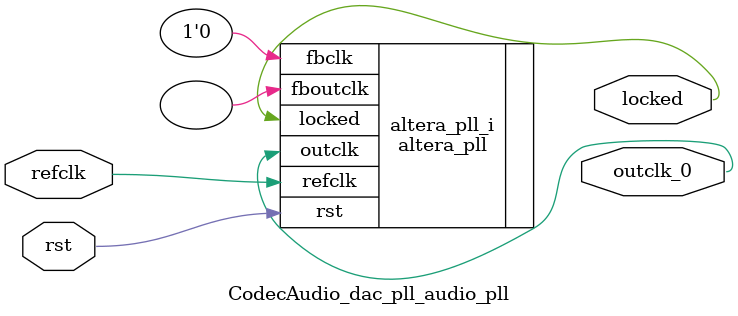
<source format=v>
`timescale 1ns/10ps
module  CodecAudio_dac_pll_audio_pll(

	// interface 'refclk'
	input wire refclk,

	// interface 'reset'
	input wire rst,

	// interface 'outclk0'
	output wire outclk_0,

	// interface 'locked'
	output wire locked
);

	altera_pll #(
		.fractional_vco_multiplier("false"),
		.reference_clock_frequency("50.0 MHz"),
		.operation_mode("direct"),
		.number_of_clocks(1),
		.output_clock_frequency0("12.288135 MHz"),
		.phase_shift0("0 ps"),
		.duty_cycle0(50),
		.output_clock_frequency1("0 MHz"),
		.phase_shift1("0 ps"),
		.duty_cycle1(50),
		.output_clock_frequency2("0 MHz"),
		.phase_shift2("0 ps"),
		.duty_cycle2(50),
		.output_clock_frequency3("0 MHz"),
		.phase_shift3("0 ps"),
		.duty_cycle3(50),
		.output_clock_frequency4("0 MHz"),
		.phase_shift4("0 ps"),
		.duty_cycle4(50),
		.output_clock_frequency5("0 MHz"),
		.phase_shift5("0 ps"),
		.duty_cycle5(50),
		.output_clock_frequency6("0 MHz"),
		.phase_shift6("0 ps"),
		.duty_cycle6(50),
		.output_clock_frequency7("0 MHz"),
		.phase_shift7("0 ps"),
		.duty_cycle7(50),
		.output_clock_frequency8("0 MHz"),
		.phase_shift8("0 ps"),
		.duty_cycle8(50),
		.output_clock_frequency9("0 MHz"),
		.phase_shift9("0 ps"),
		.duty_cycle9(50),
		.output_clock_frequency10("0 MHz"),
		.phase_shift10("0 ps"),
		.duty_cycle10(50),
		.output_clock_frequency11("0 MHz"),
		.phase_shift11("0 ps"),
		.duty_cycle11(50),
		.output_clock_frequency12("0 MHz"),
		.phase_shift12("0 ps"),
		.duty_cycle12(50),
		.output_clock_frequency13("0 MHz"),
		.phase_shift13("0 ps"),
		.duty_cycle13(50),
		.output_clock_frequency14("0 MHz"),
		.phase_shift14("0 ps"),
		.duty_cycle14(50),
		.output_clock_frequency15("0 MHz"),
		.phase_shift15("0 ps"),
		.duty_cycle15(50),
		.output_clock_frequency16("0 MHz"),
		.phase_shift16("0 ps"),
		.duty_cycle16(50),
		.output_clock_frequency17("0 MHz"),
		.phase_shift17("0 ps"),
		.duty_cycle17(50),
		.pll_type("General"),
		.pll_subtype("General")
	) altera_pll_i (
		.rst	(rst),
		.outclk	({outclk_0}),
		.locked	(locked),
		.fboutclk	( ),
		.fbclk	(1'b0),
		.refclk	(refclk)
	);
endmodule


</source>
